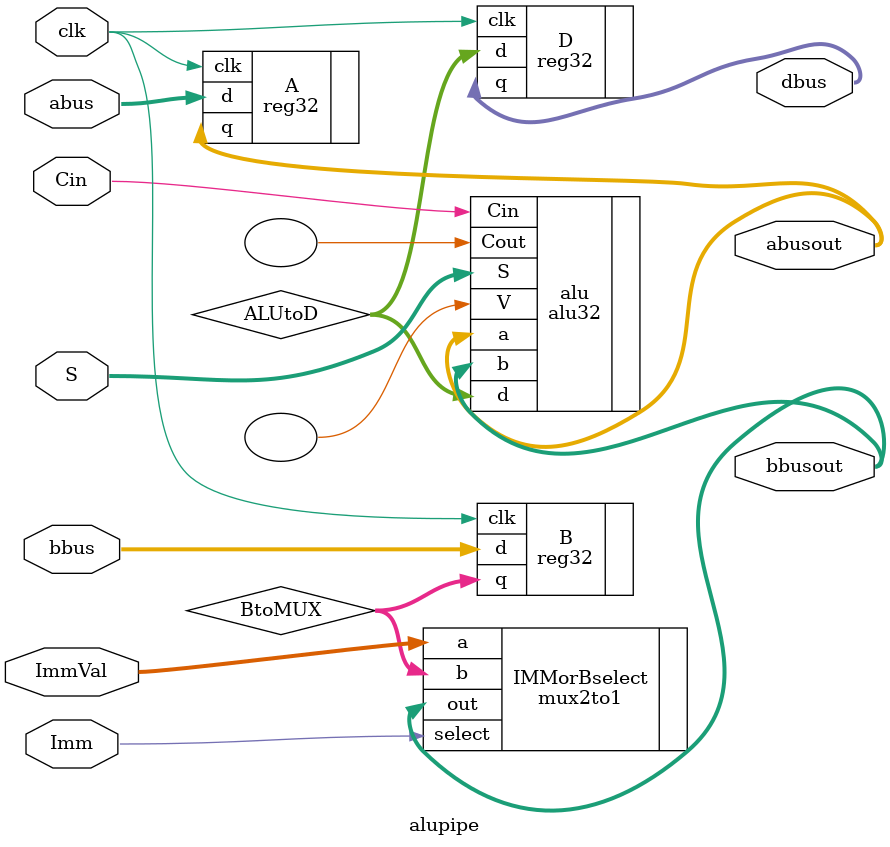
<source format=v>
`timescale 1ns / 1ps

module alupipe(
    input [2:0] S,
    input [31:0] abus,
    input [31:0] bbus,
    input [31:0] ImmVal,
    input Imm,
    input clk,
    input Cin,
    output [31:0] dbus,
    output [31:0] abusout,
    output [31:0] bbusout
    
    );
    
    wire [31:0] AtoALU, BtoMUX, ALUtoD, IMMtoMUX, MUXtoALU;
    
    reg32 A(.d(abus), 
            .clk(clk), 
            .q(abusout));
    reg32 B(.d(bbus), 
            .clk(clk), 
            .q(BtoMUX)); 
    
    mux2to1 IMMorBselect(
        .a(ImmVal),
        .b(BtoMUX),
        .out(bbusout),
        .select(Imm)
    );
    
    
    alu32 alu(.d(ALUtoD), 
              .Cout(), 
              .V(), 
              .a(abusout),
              .b(bbusout),
              .Cin(Cin), 
              .S(S));
              
    reg32 D(.d(ALUtoD), 
            .clk(clk), 
            .q(dbus));
endmodule

</source>
